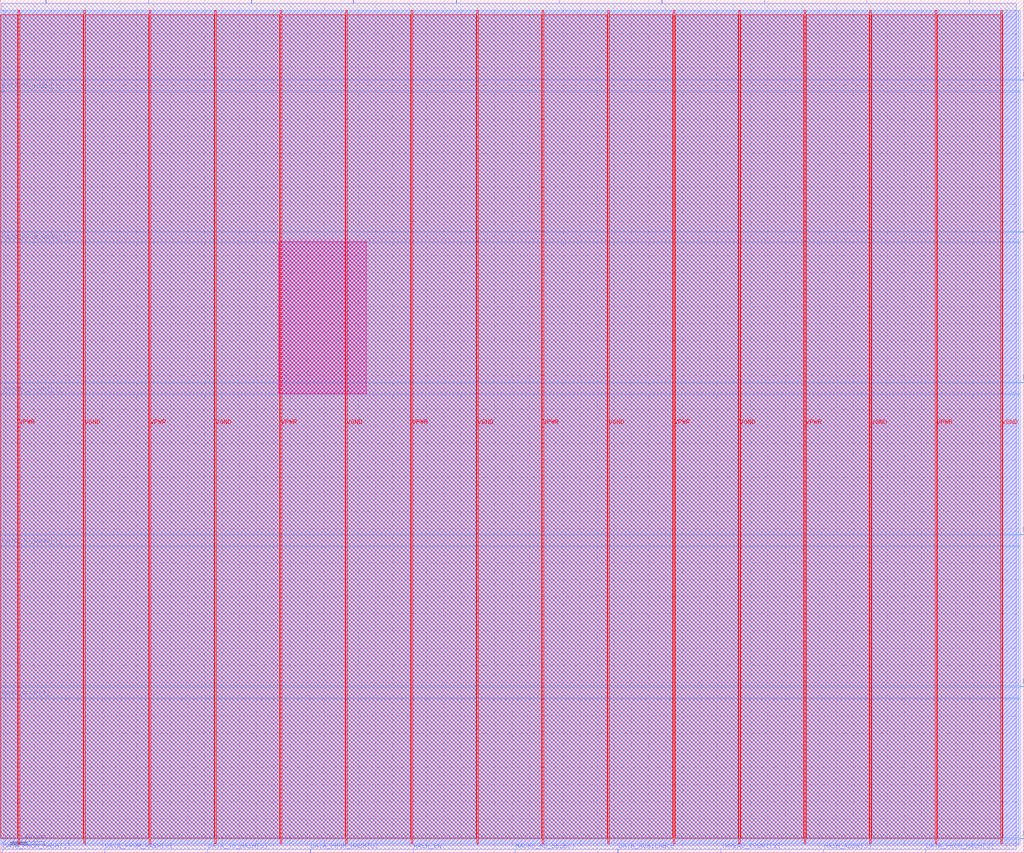
<source format=lef>
VERSION 5.7 ;
  NOWIREEXTENSIONATPIN ON ;
  DIVIDERCHAR "/" ;
  BUSBITCHARS "[]" ;
MACRO decred_hash_macro
  CLASS BLOCK ;
  FOREIGN decred_hash_macro ;
  ORIGIN 0.000 0.000 ;
  SIZE 1200.000 BY 1000.000 ;
  PIN CLK
    DIRECTION INPUT ;
    USE SIGNAL ;
    PORT
      LAYER met2 ;
        RECT 655.130 996.000 655.410 1000.000 ;
    END
  END CLK
  PIN DATA_AVAILABLE
    DIRECTION OUTPUT TRISTATE ;
    USE SIGNAL ;
    PORT
      LAYER met2 ;
        RECT 724.130 0.000 724.410 4.000 ;
    END
  END DATA_AVAILABLE
  PIN DATA_FROM_HASH[0]
    DIRECTION OUTPUT TRISTATE ;
    USE SIGNAL ;
    PORT
      LAYER met2 ;
        RECT 122.450 0.000 122.730 4.000 ;
    END
  END DATA_FROM_HASH[0]
  PIN DATA_FROM_HASH[1]
    DIRECTION OUTPUT TRISTATE ;
    USE SIGNAL ;
    PORT
      LAYER met2 ;
        RECT 2.850 0.000 3.130 4.000 ;
    END
  END DATA_FROM_HASH[1]
  PIN DATA_FROM_HASH[2]
    DIRECTION OUTPUT TRISTATE ;
    USE SIGNAL ;
    PORT
      LAYER met2 ;
        RECT 896.170 996.000 896.450 1000.000 ;
    END
  END DATA_FROM_HASH[2]
  PIN DATA_FROM_HASH[3]
    DIRECTION OUTPUT TRISTATE ;
    USE SIGNAL ;
    PORT
      LAYER met2 ;
        RECT 1084.770 0.000 1085.050 4.000 ;
    END
  END DATA_FROM_HASH[3]
  PIN DATA_FROM_HASH[4]
    DIRECTION OUTPUT TRISTATE ;
    USE SIGNAL ;
    PORT
      LAYER met3 ;
        RECT 1196.000 194.520 1200.000 195.120 ;
    END
  END DATA_FROM_HASH[4]
  PIN DATA_FROM_HASH[5]
    DIRECTION OUTPUT TRISTATE ;
    USE SIGNAL ;
    PORT
      LAYER met2 ;
        RECT 363.490 0.000 363.770 4.000 ;
    END
  END DATA_FROM_HASH[5]
  PIN DATA_FROM_HASH[6]
    DIRECTION OUTPUT TRISTATE ;
    USE SIGNAL ;
    PORT
      LAYER met2 ;
        RECT 173.970 996.000 174.250 1000.000 ;
    END
  END DATA_FROM_HASH[6]
  PIN DATA_FROM_HASH[7]
    DIRECTION OUTPUT TRISTATE ;
    USE SIGNAL ;
    PORT
      LAYER met3 ;
        RECT 0.000 715.400 4.000 716.000 ;
    END
  END DATA_FROM_HASH[7]
  PIN DATA_TO_HASH[0]
    DIRECTION INPUT ;
    USE SIGNAL ;
    PORT
      LAYER met2 ;
        RECT 414.090 996.000 414.370 1000.000 ;
    END
  END DATA_TO_HASH[0]
  PIN DATA_TO_HASH[1]
    DIRECTION INPUT ;
    USE SIGNAL ;
    PORT
      LAYER met3 ;
        RECT 0.000 359.080 4.000 359.680 ;
    END
  END DATA_TO_HASH[1]
  PIN DATA_TO_HASH[2]
    DIRECTION INPUT ;
    USE SIGNAL ;
    PORT
      LAYER met3 ;
        RECT 1196.000 372.680 1200.000 373.280 ;
    END
  END DATA_TO_HASH[2]
  PIN DATA_TO_HASH[3]
    DIRECTION INPUT ;
    USE SIGNAL ;
    PORT
      LAYER met3 ;
        RECT 1196.000 16.360 1200.000 16.960 ;
    END
  END DATA_TO_HASH[3]
  PIN DATA_TO_HASH[4]
    DIRECTION INPUT ;
    USE SIGNAL ;
    PORT
      LAYER met3 ;
        RECT 0.000 892.200 4.000 892.800 ;
    END
  END DATA_TO_HASH[4]
  PIN DATA_TO_HASH[5]
    DIRECTION INPUT ;
    USE SIGNAL ;
    PORT
      LAYER met2 ;
        RECT 242.970 0.000 243.250 4.000 ;
    END
  END DATA_TO_HASH[5]
  PIN DATA_TO_HASH[6]
    DIRECTION INPUT ;
    USE SIGNAL ;
    PORT
      LAYER met2 ;
        RECT 1015.770 996.000 1016.050 1000.000 ;
    END
  END DATA_TO_HASH[6]
  PIN DATA_TO_HASH[7]
    DIRECTION INPUT ;
    USE SIGNAL ;
    PORT
      LAYER met2 ;
        RECT 294.490 996.000 294.770 1000.000 ;
    END
  END DATA_TO_HASH[7]
  PIN HASH_ADDR[0]
    DIRECTION INPUT ;
    USE SIGNAL ;
    PORT
      LAYER met2 ;
        RECT 775.650 996.000 775.930 1000.000 ;
    END
  END HASH_ADDR[0]
  PIN HASH_ADDR[1]
    DIRECTION INPUT ;
    USE SIGNAL ;
    PORT
      LAYER met2 ;
        RECT 53.450 996.000 53.730 1000.000 ;
    END
  END HASH_ADDR[1]
  PIN HASH_ADDR[2]
    DIRECTION INPUT ;
    USE SIGNAL ;
    PORT
      LAYER met2 ;
        RECT 1136.290 996.000 1136.570 1000.000 ;
    END
  END HASH_ADDR[2]
  PIN HASH_ADDR[3]
    DIRECTION INPUT ;
    USE SIGNAL ;
    PORT
      LAYER met2 ;
        RECT 965.170 0.000 965.450 4.000 ;
    END
  END HASH_ADDR[3]
  PIN HASH_ADDR[4]
    DIRECTION INPUT ;
    USE SIGNAL ;
    PORT
      LAYER met3 ;
        RECT 0.000 180.920 4.000 181.520 ;
    END
  END HASH_ADDR[4]
  PIN HASH_ADDR[5]
    DIRECTION INPUT ;
    USE SIGNAL ;
    PORT
      LAYER met3 ;
        RECT 1196.000 905.800 1200.000 906.400 ;
    END
  END HASH_ADDR[5]
  PIN HASH_EN
    DIRECTION INPUT ;
    USE SIGNAL ;
    PORT
      LAYER met2 ;
        RECT 484.010 0.000 484.290 4.000 ;
    END
  END HASH_EN
  PIN MACRO_RD_SELECT
    DIRECTION INPUT ;
    USE SIGNAL ;
    PORT
      LAYER met2 ;
        RECT 603.610 0.000 603.890 4.000 ;
    END
  END MACRO_RD_SELECT
  PIN MACRO_WR_SELECT
    DIRECTION INPUT ;
    USE SIGNAL ;
    PORT
      LAYER met3 ;
        RECT 1196.000 550.840 1200.000 551.440 ;
    END
  END MACRO_WR_SELECT
  PIN THREAD_COUNT[0]
    DIRECTION OUTPUT TRISTATE ;
    USE SIGNAL ;
    PORT
      LAYER met3 ;
        RECT 1196.000 727.640 1200.000 728.240 ;
    END
  END THREAD_COUNT[0]
  PIN THREAD_COUNT[1]
    DIRECTION OUTPUT TRISTATE ;
    USE SIGNAL ;
    PORT
      LAYER met3 ;
        RECT 0.000 537.240 4.000 537.840 ;
    END
  END THREAD_COUNT[1]
  PIN THREAD_COUNT[2]
    DIRECTION OUTPUT TRISTATE ;
    USE SIGNAL ;
    PORT
      LAYER met2 ;
        RECT 534.610 996.000 534.890 1000.000 ;
    END
  END THREAD_COUNT[2]
  PIN THREAD_COUNT[3]
    DIRECTION OUTPUT TRISTATE ;
    USE SIGNAL ;
    PORT
      LAYER met2 ;
        RECT 844.650 0.000 844.930 4.000 ;
    END
  END THREAD_COUNT[3]
  PIN VPWR
    DIRECTION INOUT ;
    USE POWER ;
    PORT
      LAYER met4 ;
        RECT 1096.240 10.640 1097.840 987.600 ;
    END
  END VPWR
  PIN VPWR
    DIRECTION INOUT ;
    USE POWER ;
    PORT
      LAYER met4 ;
        RECT 942.640 10.640 944.240 987.600 ;
    END
  END VPWR
  PIN VPWR
    DIRECTION INOUT ;
    USE POWER ;
    PORT
      LAYER met4 ;
        RECT 789.040 10.640 790.640 987.600 ;
    END
  END VPWR
  PIN VPWR
    DIRECTION INOUT ;
    USE POWER ;
    PORT
      LAYER met4 ;
        RECT 635.440 10.640 637.040 987.600 ;
    END
  END VPWR
  PIN VPWR
    DIRECTION INOUT ;
    USE POWER ;
    PORT
      LAYER met4 ;
        RECT 481.840 10.640 483.440 987.600 ;
    END
  END VPWR
  PIN VPWR
    DIRECTION INOUT ;
    USE POWER ;
    PORT
      LAYER met4 ;
        RECT 328.240 10.640 329.840 987.600 ;
    END
  END VPWR
  PIN VPWR
    DIRECTION INOUT ;
    USE POWER ;
    PORT
      LAYER met4 ;
        RECT 174.640 10.640 176.240 987.600 ;
    END
  END VPWR
  PIN VPWR
    DIRECTION INOUT ;
    USE POWER ;
    PORT
      LAYER met4 ;
        RECT 21.040 10.640 22.640 987.600 ;
    END
  END VPWR
  PIN VGND
    DIRECTION INOUT ;
    USE GROUND ;
    PORT
      LAYER met4 ;
        RECT 1173.040 10.640 1174.640 987.600 ;
    END
  END VGND
  PIN VGND
    DIRECTION INOUT ;
    USE GROUND ;
    PORT
      LAYER met4 ;
        RECT 1019.440 10.640 1021.040 987.600 ;
    END
  END VGND
  PIN VGND
    DIRECTION INOUT ;
    USE GROUND ;
    PORT
      LAYER met4 ;
        RECT 865.840 10.640 867.440 987.600 ;
    END
  END VGND
  PIN VGND
    DIRECTION INOUT ;
    USE GROUND ;
    PORT
      LAYER met4 ;
        RECT 712.240 10.640 713.840 987.600 ;
    END
  END VGND
  PIN VGND
    DIRECTION INOUT ;
    USE GROUND ;
    PORT
      LAYER met4 ;
        RECT 558.640 10.640 560.240 987.600 ;
    END
  END VGND
  PIN VGND
    DIRECTION INOUT ;
    USE GROUND ;
    PORT
      LAYER met4 ;
        RECT 405.040 10.640 406.640 987.600 ;
    END
  END VGND
  PIN VGND
    DIRECTION INOUT ;
    USE GROUND ;
    PORT
      LAYER met4 ;
        RECT 251.440 10.640 253.040 987.600 ;
    END
  END VGND
  PIN VGND
    DIRECTION INOUT ;
    USE GROUND ;
    PORT
      LAYER met4 ;
        RECT 97.840 10.640 99.440 987.600 ;
    END
  END VGND
  OBS
      LAYER li1 ;
        RECT 5.520 10.795 1194.160 987.445 ;
      LAYER met1 ;
        RECT 3.750 8.540 1194.160 987.600 ;
      LAYER met2 ;
        RECT 1.930 995.720 53.170 996.000 ;
        RECT 54.010 995.720 173.690 996.000 ;
        RECT 174.530 995.720 294.210 996.000 ;
        RECT 295.050 995.720 413.810 996.000 ;
        RECT 414.650 995.720 534.330 996.000 ;
        RECT 535.170 995.720 654.850 996.000 ;
        RECT 655.690 995.720 775.370 996.000 ;
        RECT 776.210 995.720 895.890 996.000 ;
        RECT 896.730 995.720 1015.490 996.000 ;
        RECT 1016.330 995.720 1136.010 996.000 ;
        RECT 1136.850 995.720 1191.300 996.000 ;
        RECT 1.930 4.280 1191.300 995.720 ;
        RECT 1.930 4.000 2.570 4.280 ;
        RECT 3.410 4.000 122.170 4.280 ;
        RECT 123.010 4.000 242.690 4.280 ;
        RECT 243.530 4.000 363.210 4.280 ;
        RECT 364.050 4.000 483.730 4.280 ;
        RECT 484.570 4.000 603.330 4.280 ;
        RECT 604.170 4.000 723.850 4.280 ;
        RECT 724.690 4.000 844.370 4.280 ;
        RECT 845.210 4.000 964.890 4.280 ;
        RECT 965.730 4.000 1084.490 4.280 ;
        RECT 1085.330 4.000 1191.300 4.280 ;
      LAYER met3 ;
        RECT 0.270 906.800 1196.000 987.525 ;
        RECT 0.270 905.400 1195.600 906.800 ;
        RECT 0.270 893.200 1196.000 905.400 ;
        RECT 4.400 891.800 1196.000 893.200 ;
        RECT 0.270 728.640 1196.000 891.800 ;
        RECT 0.270 727.240 1195.600 728.640 ;
        RECT 0.270 716.400 1196.000 727.240 ;
        RECT 4.400 715.000 1196.000 716.400 ;
        RECT 0.270 551.840 1196.000 715.000 ;
        RECT 0.270 550.440 1195.600 551.840 ;
        RECT 0.270 538.240 1196.000 550.440 ;
        RECT 4.400 536.840 1196.000 538.240 ;
        RECT 0.270 373.680 1196.000 536.840 ;
        RECT 0.270 372.280 1195.600 373.680 ;
        RECT 0.270 360.080 1196.000 372.280 ;
        RECT 4.400 358.680 1196.000 360.080 ;
        RECT 0.270 195.520 1196.000 358.680 ;
        RECT 0.270 194.120 1195.600 195.520 ;
        RECT 0.270 181.920 1196.000 194.120 ;
        RECT 4.400 180.520 1196.000 181.920 ;
        RECT 0.270 17.360 1196.000 180.520 ;
        RECT 0.270 15.960 1195.600 17.360 ;
        RECT 0.270 10.715 1196.000 15.960 ;
      LAYER met4 ;
        RECT 0.295 17.175 20.640 982.425 ;
        RECT 23.040 17.175 97.440 982.425 ;
        RECT 99.840 17.175 174.240 982.425 ;
        RECT 176.640 17.175 251.040 982.425 ;
        RECT 253.440 17.175 327.840 982.425 ;
        RECT 330.240 17.175 404.640 982.425 ;
        RECT 407.040 17.175 481.440 982.425 ;
        RECT 483.840 17.175 558.240 982.425 ;
        RECT 560.640 17.175 635.040 982.425 ;
        RECT 637.440 17.175 711.840 982.425 ;
        RECT 714.240 17.175 788.640 982.425 ;
        RECT 791.040 17.175 865.440 982.425 ;
        RECT 867.840 17.175 942.240 982.425 ;
        RECT 944.640 17.175 1019.040 982.425 ;
        RECT 1021.440 17.175 1095.840 982.425 ;
        RECT 1098.240 17.175 1172.640 982.425 ;
        RECT 1175.040 17.175 1175.465 982.425 ;
      LAYER met5 ;
        RECT 326.260 538.100 429.060 716.500 ;
  END
END decred_hash_macro
END LIBRARY


</source>
